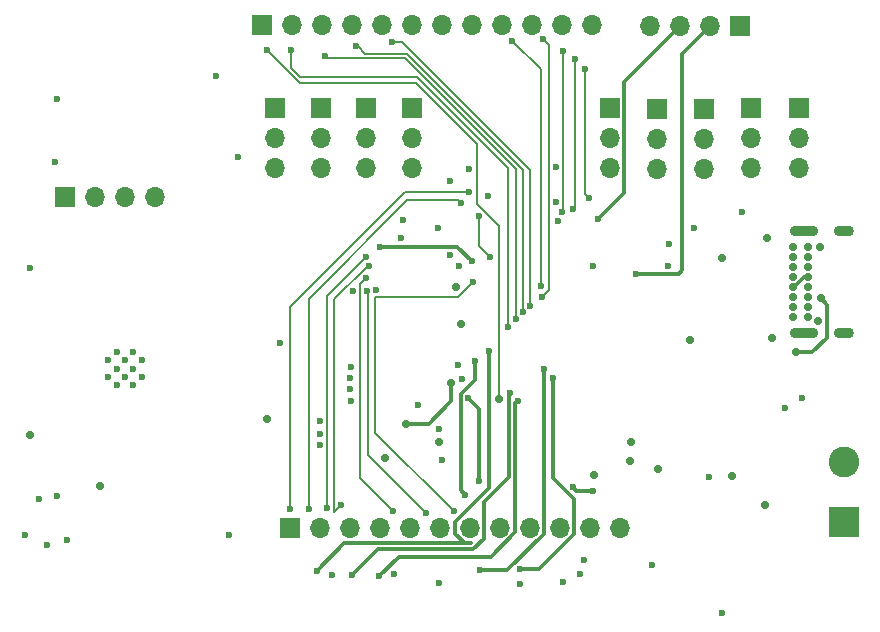
<source format=gbl>
G04 #@! TF.GenerationSoftware,KiCad,Pcbnew,8.0.4*
G04 #@! TF.CreationDate,2024-09-23T19:03:46-05:00*
G04 #@! TF.ProjectId,STM32_board,53544d33-325f-4626-9f61-72642e6b6963,rev?*
G04 #@! TF.SameCoordinates,Original*
G04 #@! TF.FileFunction,Copper,L4,Bot*
G04 #@! TF.FilePolarity,Positive*
%FSLAX46Y46*%
G04 Gerber Fmt 4.6, Leading zero omitted, Abs format (unit mm)*
G04 Created by KiCad (PCBNEW 8.0.4) date 2024-09-23 19:03:46*
%MOMM*%
%LPD*%
G01*
G04 APERTURE LIST*
G04 #@! TA.AperFunction,ComponentPad*
%ADD10R,1.700000X1.700000*%
G04 #@! TD*
G04 #@! TA.AperFunction,ComponentPad*
%ADD11O,1.700000X1.700000*%
G04 #@! TD*
G04 #@! TA.AperFunction,ComponentPad*
%ADD12R,2.600000X2.600000*%
G04 #@! TD*
G04 #@! TA.AperFunction,ComponentPad*
%ADD13C,2.600000*%
G04 #@! TD*
G04 #@! TA.AperFunction,HeatsinkPad*
%ADD14C,0.600000*%
G04 #@! TD*
G04 #@! TA.AperFunction,ComponentPad*
%ADD15O,2.400000X0.900000*%
G04 #@! TD*
G04 #@! TA.AperFunction,ComponentPad*
%ADD16O,1.700000X0.900000*%
G04 #@! TD*
G04 #@! TA.AperFunction,ComponentPad*
%ADD17C,0.700000*%
G04 #@! TD*
G04 #@! TA.AperFunction,ViaPad*
%ADD18C,0.600000*%
G04 #@! TD*
G04 #@! TA.AperFunction,ViaPad*
%ADD19C,0.700000*%
G04 #@! TD*
G04 #@! TA.AperFunction,Conductor*
%ADD20C,0.300000*%
G04 #@! TD*
G04 #@! TA.AperFunction,Conductor*
%ADD21C,0.200000*%
G04 #@! TD*
G04 APERTURE END LIST*
D10*
X128700000Y-79975000D03*
D11*
X128700000Y-82515000D03*
X128700000Y-85055000D03*
D10*
X161000000Y-80000000D03*
D11*
X161000000Y-82540000D03*
X161000000Y-85080000D03*
D10*
X127585000Y-72900000D03*
D11*
X130125000Y-72900000D03*
X132665000Y-72900000D03*
X135205000Y-72900000D03*
X137745000Y-72900000D03*
X140285000Y-72900000D03*
X142825000Y-72900000D03*
X145365000Y-72900000D03*
X147905000Y-72900000D03*
X150445000Y-72900000D03*
X152985000Y-72900000D03*
X155525000Y-72900000D03*
D10*
X129890000Y-115475000D03*
D11*
X132430000Y-115475000D03*
X134970000Y-115475000D03*
X137510000Y-115475000D03*
X140050000Y-115475000D03*
X142590000Y-115475000D03*
X145130000Y-115475000D03*
X147670000Y-115475000D03*
X150210000Y-115475000D03*
X152750000Y-115475000D03*
X155290000Y-115475000D03*
X157830000Y-115475000D03*
D10*
X110920000Y-87500000D03*
D11*
X113460000Y-87500000D03*
X116000000Y-87500000D03*
X118540000Y-87500000D03*
D10*
X165000000Y-80000000D03*
D11*
X165000000Y-82540000D03*
X165000000Y-85080000D03*
D10*
X140275000Y-79970000D03*
D11*
X140275000Y-82510000D03*
X140275000Y-85050000D03*
D12*
X176805000Y-115000000D03*
D13*
X176805000Y-109920000D03*
D10*
X132550000Y-79970000D03*
D11*
X132550000Y-82510000D03*
X132550000Y-85050000D03*
D10*
X169000000Y-79975000D03*
D11*
X169000000Y-82515000D03*
X169000000Y-85055000D03*
D10*
X136400000Y-79970000D03*
D11*
X136400000Y-82510000D03*
X136400000Y-85050000D03*
D10*
X168000000Y-73000000D03*
D11*
X165460000Y-73000000D03*
X162920000Y-73000000D03*
X160380000Y-73000000D03*
D14*
X116660000Y-100600000D03*
X115260000Y-100600000D03*
X117360000Y-101300000D03*
X115960000Y-101300000D03*
X114560000Y-101300000D03*
X116660000Y-102000000D03*
X115260000Y-102000000D03*
X117360000Y-102700000D03*
X115960000Y-102700000D03*
X114560000Y-102700000D03*
X116660000Y-103400000D03*
X115260000Y-103400000D03*
D10*
X157000000Y-79975000D03*
D11*
X157000000Y-82515000D03*
X157000000Y-85055000D03*
D10*
X173000000Y-79975000D03*
D11*
X173000000Y-82515000D03*
X173000000Y-85055000D03*
D15*
X173455000Y-99000000D03*
D16*
X176835000Y-99000000D03*
D15*
X173455000Y-90350000D03*
D16*
X176835000Y-90350000D03*
D17*
X173825000Y-91700000D03*
X173825000Y-92550000D03*
X173825000Y-93400000D03*
X173825000Y-94250000D03*
X173825000Y-95100000D03*
X173825000Y-95950000D03*
X173825000Y-96800000D03*
X173825000Y-97650000D03*
X172475000Y-97650000D03*
X172475000Y-96800000D03*
X172475000Y-95950000D03*
X172475000Y-95100000D03*
X172475000Y-94250000D03*
X172475000Y-93400000D03*
X172475000Y-92550000D03*
X172475000Y-91700000D03*
D18*
X168200000Y-88700000D03*
X164175000Y-90075000D03*
X142500000Y-90125000D03*
X144275000Y-93275000D03*
X142575000Y-107100000D03*
X142800000Y-109725000D03*
X173275000Y-104450000D03*
X171850000Y-105325000D03*
X135075000Y-101850000D03*
X140768154Y-105094816D03*
X144450000Y-102850000D03*
X144125000Y-101700000D03*
X135075000Y-104750000D03*
X135050000Y-103750000D03*
X135050000Y-102775000D03*
X132475000Y-108500000D03*
X132475000Y-107525000D03*
X132450000Y-106475000D03*
X129050000Y-99825000D03*
X135250000Y-95400000D03*
X137247969Y-95341954D03*
X123700000Y-77225000D03*
X160575000Y-118650000D03*
X154825000Y-118225000D03*
X154500000Y-119350000D03*
X153025000Y-120075000D03*
X149375000Y-120200000D03*
X142575000Y-120125000D03*
X152200000Y-102825000D03*
X149363148Y-118938148D03*
X151400000Y-102075000D03*
X146025000Y-119050000D03*
X153850000Y-112005761D03*
X155550000Y-112325000D03*
X149225000Y-104750000D03*
X148575000Y-104100000D03*
X137500000Y-119550000D03*
X135175000Y-119450000D03*
X145600000Y-101350000D03*
X144775000Y-112700000D03*
X146775000Y-100475000D03*
X132175000Y-119125000D03*
X107875000Y-93450000D03*
X110225000Y-79150000D03*
X138725000Y-119400000D03*
X133500000Y-119475000D03*
X152425000Y-84950000D03*
X152425000Y-87925000D03*
X155550000Y-93300000D03*
X159250000Y-93950000D03*
X156025000Y-89300000D03*
X162000000Y-91450000D03*
X161975000Y-93275000D03*
X145025000Y-104525000D03*
X145950000Y-111500000D03*
X108685000Y-113000000D03*
X107450000Y-116100000D03*
X110225000Y-112800000D03*
X111050000Y-116500000D03*
X109350000Y-116925000D03*
X124775000Y-116125000D03*
X145300000Y-92875000D03*
X137550000Y-91675000D03*
X110000000Y-84500000D03*
X125525000Y-84100000D03*
X165400000Y-111150000D03*
X166475000Y-122725000D03*
X143500000Y-86150000D03*
X139525000Y-89400000D03*
X139325000Y-90975000D03*
X143500000Y-92400000D03*
X146700000Y-87375000D03*
X152600000Y-89475000D03*
X146850000Y-92525000D03*
X145913235Y-89061765D03*
X145125000Y-85125000D03*
X151150000Y-94975000D03*
X151225000Y-95950000D03*
X151325000Y-74100000D03*
X148750000Y-74275000D03*
X152950000Y-88725000D03*
X153075000Y-75100000D03*
X153900000Y-88450000D03*
X154075000Y-75750000D03*
X155250000Y-87525000D03*
X154925000Y-76625000D03*
X150275000Y-96661535D03*
X138525000Y-74325000D03*
X135550000Y-74700000D03*
X149675000Y-97235583D03*
X132850000Y-75525000D03*
X149075000Y-97775000D03*
X130050000Y-75000000D03*
X148375000Y-98475000D03*
X127975000Y-75025000D03*
X145425000Y-94650000D03*
X143775000Y-114075000D03*
X136450000Y-95425000D03*
X141475000Y-114250000D03*
X138625000Y-114050000D03*
X136324265Y-94324265D03*
X136602983Y-93308949D03*
X134275000Y-113550000D03*
X136350000Y-92550000D03*
X133075000Y-113775000D03*
X144400000Y-87975000D03*
X131500000Y-113875000D03*
X145050000Y-87025000D03*
X129950000Y-113900000D03*
D19*
X137975000Y-109575000D03*
X142550000Y-108200000D03*
X158775000Y-108200000D03*
X144000000Y-95050000D03*
X127950000Y-106225000D03*
X170700000Y-99375000D03*
X170125000Y-113575000D03*
X170300000Y-90925000D03*
X167325000Y-111050000D03*
X155650000Y-110975000D03*
X174825000Y-91700000D03*
X174675000Y-97975000D03*
X107950000Y-107600000D03*
X144425000Y-98250000D03*
X166500000Y-92650000D03*
X158750000Y-109825000D03*
X161100000Y-110500000D03*
X113825000Y-111950000D03*
X163825000Y-99600000D03*
X143575000Y-103200000D03*
X139750000Y-106675000D03*
X172750000Y-100600000D03*
X174850000Y-96050000D03*
X147600000Y-104575000D03*
D20*
X144775000Y-112700000D02*
X144375000Y-112300000D01*
X145600000Y-102950000D02*
X145600000Y-101350000D01*
X144375000Y-112300000D02*
X144375000Y-104175000D01*
X144375000Y-104175000D02*
X145600000Y-102950000D01*
D21*
X136450000Y-95425000D02*
X136550000Y-95525000D01*
X136550000Y-95525000D02*
X136550000Y-109325000D01*
X136550000Y-109325000D02*
X141475000Y-114250000D01*
D20*
X172475000Y-95100000D02*
X172614950Y-95100000D01*
X172614950Y-95100000D02*
X173464950Y-94250000D01*
X173464950Y-94250000D02*
X173825000Y-94250000D01*
X153950000Y-113025000D02*
X152200000Y-111275000D01*
X152200000Y-111275000D02*
X152200000Y-102825000D01*
X150983909Y-118938148D02*
X153950000Y-115972057D01*
X153950000Y-115972057D02*
X153950000Y-113025000D01*
X149363148Y-118938148D02*
X150983909Y-118938148D01*
X151410000Y-102085000D02*
X151400000Y-102075000D01*
X151410000Y-115972057D02*
X151410000Y-102085000D01*
X148332057Y-119050000D02*
X151410000Y-115972057D01*
X146025000Y-119050000D02*
X148332057Y-119050000D01*
X155550000Y-112325000D02*
X154169239Y-112325000D01*
X154169239Y-112325000D02*
X153850000Y-112005761D01*
X149035000Y-104940000D02*
X149225000Y-104750000D01*
X149010000Y-104940000D02*
X149035000Y-104940000D01*
X148450000Y-104225000D02*
X148575000Y-104100000D01*
X148450000Y-104575000D02*
X148450000Y-104225000D01*
X149010000Y-104940000D02*
X149025000Y-104925000D01*
X149010000Y-115832057D02*
X149010000Y-104940000D01*
X137500000Y-119550000D02*
X139125000Y-117925000D01*
X146917057Y-117925000D02*
X149010000Y-115832057D01*
X141200000Y-117925000D02*
X146917057Y-117925000D01*
X139125000Y-117925000D02*
X141200000Y-117925000D01*
X135175000Y-119450000D02*
X137350000Y-117275000D01*
X141750000Y-117275000D02*
X145457107Y-117275000D01*
X145457107Y-117275000D02*
X146330000Y-116402107D01*
X146330000Y-113285049D02*
X148450000Y-111165049D01*
X146330000Y-116402107D02*
X146330000Y-113285049D01*
X148450000Y-111165049D02*
X148450000Y-104575000D01*
X137350000Y-117275000D02*
X141750000Y-117275000D01*
X143930000Y-115972057D02*
X143930000Y-114977943D01*
X144732943Y-116775000D02*
X143930000Y-115972057D01*
X146775000Y-112132943D02*
X146775000Y-100475000D01*
X145250000Y-116775000D02*
X144732943Y-116775000D01*
X134525000Y-116775000D02*
X145250000Y-116775000D01*
X143930000Y-114977943D02*
X146775000Y-112132943D01*
X132175000Y-119125000D02*
X134525000Y-116775000D01*
X162850000Y-93950000D02*
X163125000Y-93675000D01*
X163125000Y-93675000D02*
X163125000Y-75335000D01*
X159250000Y-93950000D02*
X162850000Y-93950000D01*
X163125000Y-75335000D02*
X165460000Y-73000000D01*
X158200000Y-87125000D02*
X158200000Y-77720000D01*
X156025000Y-89300000D02*
X158200000Y-87125000D01*
X158200000Y-77720000D02*
X162920000Y-73000000D01*
X145950000Y-105450000D02*
X145025000Y-104525000D01*
X145950000Y-111500000D02*
X145950000Y-105450000D01*
X144100000Y-91675000D02*
X145300000Y-92875000D01*
X137550000Y-91675000D02*
X144100000Y-91675000D01*
D21*
X145913235Y-91588235D02*
X146850000Y-92525000D01*
X145913235Y-89061765D02*
X145913235Y-91588235D01*
X151150000Y-76675000D02*
X151150000Y-94975000D01*
X148750000Y-74275000D02*
X151150000Y-76675000D01*
X151325000Y-74100000D02*
X151825000Y-74600000D01*
X151825000Y-95350000D02*
X151225000Y-95950000D01*
X151825000Y-74600000D02*
X151825000Y-95350000D01*
X153075000Y-88600000D02*
X152950000Y-88725000D01*
X153075000Y-75100000D02*
X153075000Y-88600000D01*
X154075000Y-88275000D02*
X153900000Y-88450000D01*
X154075000Y-75750000D02*
X154075000Y-88275000D01*
X154925000Y-87200000D02*
X155250000Y-87525000D01*
X154925000Y-76625000D02*
X154925000Y-87200000D01*
X150275000Y-85187256D02*
X150275000Y-96661535D01*
X138525000Y-74325000D02*
X139412744Y-74325000D01*
X139412744Y-74325000D02*
X150275000Y-85187256D01*
X149675000Y-85152942D02*
X149675000Y-97235583D01*
X136275000Y-75325000D02*
X139847058Y-75325000D01*
X135550000Y-74700000D02*
X135650000Y-74700000D01*
X135650000Y-74700000D02*
X136275000Y-75325000D01*
X139847058Y-75325000D02*
X149675000Y-85152942D01*
X146178186Y-82221814D02*
X149075000Y-85118628D01*
X133050000Y-75725000D02*
X139681372Y-75725000D01*
X149075000Y-85118628D02*
X149075000Y-97775000D01*
X132850000Y-75525000D02*
X133050000Y-75725000D01*
X139681372Y-75725000D02*
X146178186Y-82221814D01*
X130050000Y-75000000D02*
X130050000Y-76534314D01*
X130050000Y-76534314D02*
X130815686Y-77300000D01*
X130815686Y-77300000D02*
X140690686Y-77300000D01*
X140690686Y-77300000D02*
X148375000Y-84984314D01*
X148375000Y-84984314D02*
X148375000Y-98475000D01*
X147600000Y-89900000D02*
X147600000Y-104575000D01*
X127975000Y-75025000D02*
X130750000Y-77800000D01*
X130750000Y-77800000D02*
X140625000Y-77800000D01*
X140625000Y-77800000D02*
X145775000Y-82950000D01*
X145775000Y-82950000D02*
X145775000Y-88075000D01*
X145775000Y-88075000D02*
X147600000Y-89900000D01*
X144133046Y-95941954D02*
X145425000Y-94650000D01*
X137150000Y-95941954D02*
X144133046Y-95941954D01*
X137150000Y-107450000D02*
X137150000Y-95941954D01*
X143775000Y-114075000D02*
X137150000Y-107450000D01*
X135850000Y-111275000D02*
X135850000Y-94798530D01*
X138625000Y-114050000D02*
X135850000Y-111275000D01*
X135850000Y-94798530D02*
X136324265Y-94324265D01*
X134275000Y-113550000D02*
X133675000Y-114150000D01*
X133675000Y-114150000D02*
X133675000Y-96125000D01*
X133675000Y-96125000D02*
X136491051Y-93308949D01*
X136491051Y-93308949D02*
X136602983Y-93308949D01*
X133075000Y-113775000D02*
X133075000Y-95825000D01*
X133075000Y-95825000D02*
X136350000Y-92550000D01*
X144175000Y-87750000D02*
X144400000Y-87975000D01*
X139825000Y-87750000D02*
X144175000Y-87750000D01*
X131500000Y-113875000D02*
X131500000Y-96075000D01*
X131500000Y-96075000D02*
X139825000Y-87750000D01*
X145050000Y-87025000D02*
X139700000Y-87025000D01*
X139700000Y-87025000D02*
X129950000Y-96775000D01*
X129950000Y-96775000D02*
X129950000Y-113900000D01*
D20*
X143425000Y-104925000D02*
X141675000Y-106675000D01*
X143575000Y-104775000D02*
X143425000Y-104925000D01*
X141675000Y-106675000D02*
X139750000Y-106675000D01*
X143575000Y-103200000D02*
X143575000Y-104775000D01*
X174150000Y-100600000D02*
X175375000Y-99375000D01*
X175375000Y-96575000D02*
X174850000Y-96050000D01*
X172750000Y-100600000D02*
X174150000Y-100600000D01*
X175375000Y-99375000D02*
X175375000Y-96575000D01*
M02*

</source>
